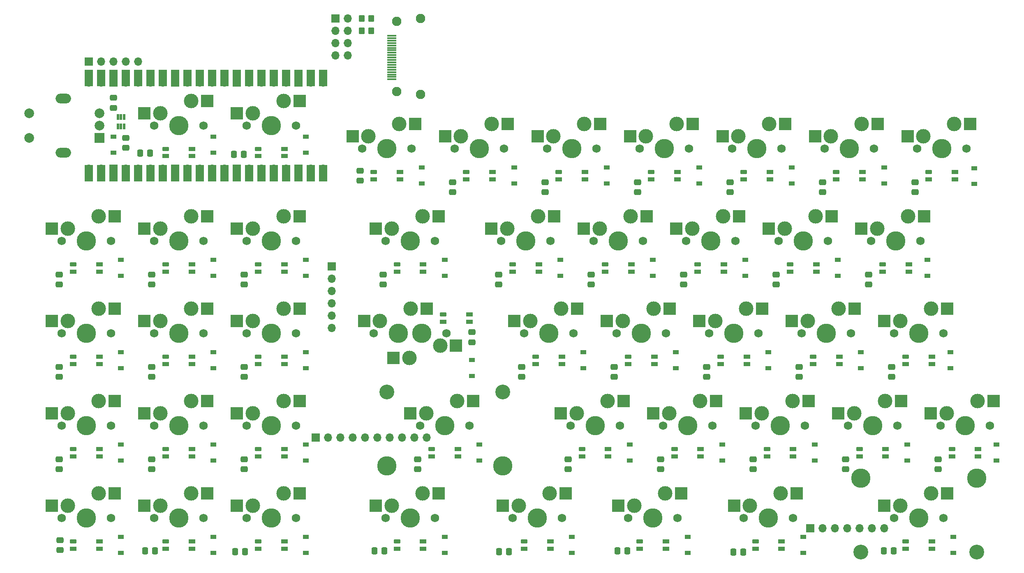
<source format=gbs>
%TF.GenerationSoftware,KiCad,Pcbnew,(6.0.5)*%
%TF.CreationDate,2022-07-17T14:54:14-06:00*%
%TF.ProjectId,kb,6b622e6b-6963-4616-945f-706362585858,rev?*%
%TF.SameCoordinates,Original*%
%TF.FileFunction,Soldermask,Bot*%
%TF.FilePolarity,Negative*%
%FSLAX46Y46*%
G04 Gerber Fmt 4.6, Leading zero omitted, Abs format (unit mm)*
G04 Created by KiCad (PCBNEW (6.0.5)) date 2022-07-17 14:54:14*
%MOMM*%
%LPD*%
G01*
G04 APERTURE LIST*
G04 Aperture macros list*
%AMRoundRect*
0 Rectangle with rounded corners*
0 $1 Rounding radius*
0 $2 $3 $4 $5 $6 $7 $8 $9 X,Y pos of 4 corners*
0 Add a 4 corners polygon primitive as box body*
4,1,4,$2,$3,$4,$5,$6,$7,$8,$9,$2,$3,0*
0 Add four circle primitives for the rounded corners*
1,1,$1+$1,$2,$3*
1,1,$1+$1,$4,$5*
1,1,$1+$1,$6,$7*
1,1,$1+$1,$8,$9*
0 Add four rect primitives between the rounded corners*
20,1,$1+$1,$2,$3,$4,$5,0*
20,1,$1+$1,$4,$5,$6,$7,0*
20,1,$1+$1,$6,$7,$8,$9,0*
20,1,$1+$1,$8,$9,$2,$3,0*%
G04 Aperture macros list end*
%ADD10C,3.987800*%
%ADD11C,1.750000*%
%ADD12C,3.000000*%
%ADD13R,2.550000X2.500000*%
%ADD14R,1.700000X1.700000*%
%ADD15O,1.700000X1.700000*%
%ADD16O,3.200000X2.000000*%
%ADD17R,2.000000X2.000000*%
%ADD18C,2.000000*%
%ADD19C,3.048000*%
%ADD20RoundRect,0.250000X0.350000X0.450000X-0.350000X0.450000X-0.350000X-0.450000X0.350000X-0.450000X0*%
%ADD21RoundRect,0.250000X0.475000X-0.337500X0.475000X0.337500X-0.475000X0.337500X-0.475000X-0.337500X0*%
%ADD22R,1.200000X0.900000*%
%ADD23RoundRect,0.250000X-0.475000X0.337500X-0.475000X-0.337500X0.475000X-0.337500X0.475000X0.337500X0*%
%ADD24R,1.400000X0.820000*%
%ADD25RoundRect,0.205000X0.495000X0.205000X-0.495000X0.205000X-0.495000X-0.205000X0.495000X-0.205000X0*%
%ADD26RoundRect,0.250000X0.337500X0.475000X-0.337500X0.475000X-0.337500X-0.475000X0.337500X-0.475000X0*%
%ADD27R,1.700000X3.500000*%
%ADD28R,1.900000X0.300000*%
%ADD29C,1.950000*%
%ADD30RoundRect,0.020000X-0.180000X0.575000X-0.180000X-0.575000X0.180000X-0.575000X0.180000X0.575000X0*%
G04 APERTURE END LIST*
D10*
%TO.C,MX22*%
X132556250Y-109537500D03*
D11*
X127476250Y-109537500D03*
D12*
X135096250Y-104457500D03*
D11*
X137636250Y-109537500D03*
D12*
X128746250Y-106997500D03*
D13*
X125471250Y-106997500D03*
X138398250Y-104457500D03*
%TD*%
D11*
%TO.C,MX14*%
X141763750Y-90487500D03*
X151923750Y-90487500D03*
D10*
X146843750Y-90487500D03*
D12*
X143033750Y-87947500D03*
X149383750Y-85407500D03*
D13*
X139758750Y-87947500D03*
X152685750Y-85407500D03*
%TD*%
D11*
%TO.C,MX2*%
X80486250Y-66675000D03*
D12*
X71596250Y-64135000D03*
D11*
X70326250Y-66675000D03*
D10*
X75406250Y-66675000D03*
D12*
X77946250Y-61595000D03*
D13*
X68321250Y-64135000D03*
X81248250Y-61595000D03*
%TD*%
D14*
%TO.C,J6*%
X87884000Y-95758000D03*
D15*
X87884000Y-98298000D03*
X87884000Y-100838000D03*
X87884000Y-103378000D03*
X87884000Y-105918000D03*
X87884000Y-108458000D03*
%TD*%
D11*
%TO.C,MX24*%
X175736250Y-109537500D03*
D10*
X170656250Y-109537500D03*
D11*
X165576250Y-109537500D03*
D12*
X166846250Y-106997500D03*
X173196250Y-104457500D03*
D13*
X163571250Y-106997500D03*
X176498250Y-104457500D03*
%TD*%
D16*
%TO.C,SW1*%
X32543750Y-61075000D03*
X32543750Y-72275000D03*
D17*
X40043750Y-69175000D03*
D18*
X40043750Y-64175000D03*
X40043750Y-66675000D03*
X25543750Y-64175000D03*
X25543750Y-69175000D03*
%TD*%
D11*
%TO.C,MX34*%
X204311250Y-128587500D03*
D12*
X201771250Y-123507500D03*
D10*
X199231250Y-128587500D03*
D11*
X194151250Y-128587500D03*
D12*
X195421250Y-126047500D03*
D13*
X192146250Y-126047500D03*
X205073250Y-123507500D03*
%TD*%
D14*
%TO.C,J5*%
X186436000Y-149733000D03*
D15*
X188976000Y-149733000D03*
X191516000Y-149733000D03*
X194056000Y-149733000D03*
X196596000Y-149733000D03*
X199136000Y-149733000D03*
X201676000Y-149733000D03*
%TD*%
D12*
%TO.C,MX15*%
X168433750Y-85407500D03*
D11*
X170973750Y-90487500D03*
X160813750Y-90487500D03*
D12*
X162083750Y-87947500D03*
D10*
X165893750Y-90487500D03*
D13*
X158808750Y-87947500D03*
X171735750Y-85407500D03*
%TD*%
D11*
%TO.C,MX43*%
X213836250Y-147637500D03*
D19*
X220694250Y-154622500D03*
X196818250Y-154622500D03*
D12*
X204946250Y-145097500D03*
D10*
X220694250Y-139382500D03*
D12*
X211296250Y-142557500D03*
D10*
X196818250Y-139382500D03*
D11*
X203676250Y-147637500D03*
D10*
X208756250Y-147637500D03*
D13*
X201671250Y-145097500D03*
X214598250Y-142557500D03*
%TD*%
D11*
%TO.C,MX18*%
X32226250Y-109537500D03*
D12*
X39846250Y-104457500D03*
X33496250Y-106997500D03*
D11*
X42386250Y-109537500D03*
D10*
X37306250Y-109537500D03*
D13*
X30221250Y-106997500D03*
X43148250Y-104457500D03*
%TD*%
D11*
%TO.C,MX7*%
X180498750Y-71437500D03*
X170338750Y-71437500D03*
D10*
X175418750Y-71437500D03*
D12*
X177958750Y-66357500D03*
X171608750Y-68897500D03*
D13*
X168333750Y-68897500D03*
X181260750Y-66357500D03*
%TD*%
D14*
%TO.C,J3*%
X37782500Y-53467000D03*
D15*
X40322500Y-53467000D03*
X42862500Y-53467000D03*
X45402500Y-53467000D03*
X47942500Y-53467000D03*
%TD*%
D12*
%TO.C,MX26*%
X211296250Y-104457500D03*
D11*
X213836250Y-109537500D03*
D10*
X208756250Y-109537500D03*
D12*
X204946250Y-106997500D03*
D11*
X203676250Y-109537500D03*
D13*
X201671250Y-106997500D03*
X214598250Y-104457500D03*
%TD*%
D11*
%TO.C,MX10*%
X61436250Y-90487500D03*
D12*
X58896250Y-85407500D03*
X52546250Y-87947500D03*
D10*
X56356250Y-90487500D03*
D11*
X51276250Y-90487500D03*
D13*
X49271250Y-87947500D03*
X62198250Y-85407500D03*
%TD*%
D11*
%TO.C,MX11*%
X80486250Y-90487500D03*
X70326250Y-90487500D03*
D12*
X71596250Y-87947500D03*
X77946250Y-85407500D03*
D10*
X75406250Y-90487500D03*
D13*
X68321250Y-87947500D03*
X81248250Y-85407500D03*
%TD*%
D11*
%TO.C,MX27*%
X32226250Y-128587500D03*
D12*
X33496250Y-126047500D03*
X39846250Y-123507500D03*
D11*
X42386250Y-128587500D03*
D10*
X37306250Y-128587500D03*
D13*
X30221250Y-126047500D03*
X43148250Y-123507500D03*
%TD*%
D11*
%TO.C,MX25*%
X194786250Y-109537500D03*
D12*
X192246250Y-104457500D03*
D11*
X184626250Y-109537500D03*
D10*
X189706250Y-109537500D03*
D12*
X185896250Y-106997500D03*
D13*
X182621250Y-106997500D03*
X195548250Y-104457500D03*
%TD*%
D12*
%TO.C,MX21*%
X110172500Y-112077500D03*
X103822500Y-114617500D03*
D11*
X111442500Y-109537500D03*
D10*
X106362500Y-109537500D03*
D11*
X101282500Y-109537500D03*
D13*
X113447500Y-112077500D03*
X100520500Y-114617500D03*
%TD*%
D11*
%TO.C,MX37*%
X61436250Y-147637500D03*
X51276250Y-147637500D03*
D12*
X52546250Y-145097500D03*
X58896250Y-142557500D03*
D10*
X56356250Y-147637500D03*
D13*
X49271250Y-145097500D03*
X62198250Y-142557500D03*
%TD*%
D11*
%TO.C,MX13*%
X132873750Y-90487500D03*
X122713750Y-90487500D03*
D12*
X130333750Y-85407500D03*
X123983750Y-87947500D03*
D10*
X127793750Y-90487500D03*
D13*
X120708750Y-87947500D03*
X133635750Y-85407500D03*
%TD*%
D12*
%TO.C,MX35*%
X214471250Y-126047500D03*
X220821250Y-123507500D03*
D11*
X213201250Y-128587500D03*
D10*
X218281250Y-128587500D03*
D11*
X223361250Y-128587500D03*
D13*
X211196250Y-126047500D03*
X224123250Y-123507500D03*
%TD*%
D12*
%TO.C,MX28*%
X58896250Y-123507500D03*
D11*
X51276250Y-128587500D03*
X61436250Y-128587500D03*
D10*
X56356250Y-128587500D03*
D12*
X52546250Y-126047500D03*
D13*
X49271250Y-126047500D03*
X62198250Y-123507500D03*
%TD*%
D11*
%TO.C,MX21_1*%
X106680000Y-109537500D03*
D10*
X101600000Y-109537500D03*
D12*
X104140000Y-104457500D03*
X97790000Y-106997500D03*
D11*
X96520000Y-109537500D03*
D13*
X94515000Y-106997500D03*
X107442000Y-104457500D03*
%TD*%
D12*
%TO.C,MX3*%
X101758750Y-66357500D03*
D11*
X94138750Y-71437500D03*
D10*
X99218750Y-71437500D03*
D12*
X95408750Y-68897500D03*
D11*
X104298750Y-71437500D03*
D13*
X92133750Y-68897500D03*
X105060750Y-66357500D03*
%TD*%
D14*
%TO.C,J4*%
X84587000Y-131064000D03*
D15*
X87127000Y-131064000D03*
X89667000Y-131064000D03*
X92207000Y-131064000D03*
X94747000Y-131064000D03*
X97287000Y-131064000D03*
X99827000Y-131064000D03*
X102367000Y-131064000D03*
X104907000Y-131064000D03*
X107447000Y-131064000D03*
%TD*%
D12*
%TO.C,MX9*%
X39846250Y-85407500D03*
X33496250Y-87947500D03*
D10*
X37306250Y-90487500D03*
D11*
X42386250Y-90487500D03*
X32226250Y-90487500D03*
D13*
X30221250Y-87947500D03*
X43148250Y-85407500D03*
%TD*%
D12*
%TO.C,MX1*%
X58896250Y-61595000D03*
D11*
X61436250Y-66675000D03*
D12*
X52546250Y-64135000D03*
D11*
X51276250Y-66675000D03*
D10*
X56356250Y-66675000D03*
D13*
X49271250Y-64135000D03*
X62198250Y-61595000D03*
%TD*%
D12*
%TO.C,MX32*%
X163671250Y-123507500D03*
X157321250Y-126047500D03*
D10*
X161131250Y-128587500D03*
D11*
X156051250Y-128587500D03*
X166211250Y-128587500D03*
D13*
X154046250Y-126047500D03*
X166973250Y-123507500D03*
%TD*%
D10*
%TO.C,MX40*%
X130175000Y-147637500D03*
D11*
X125095000Y-147637500D03*
D12*
X132715000Y-142557500D03*
D11*
X135255000Y-147637500D03*
D12*
X126365000Y-145097500D03*
D13*
X123090000Y-145097500D03*
X136017000Y-142557500D03*
%TD*%
D12*
%TO.C,MX5*%
X133508750Y-68897500D03*
D10*
X137318750Y-71437500D03*
D12*
X139858750Y-66357500D03*
D11*
X132238750Y-71437500D03*
X142398750Y-71437500D03*
D13*
X130233750Y-68897500D03*
X143160750Y-66357500D03*
%TD*%
D11*
%TO.C,MX39*%
X98901250Y-147637500D03*
D10*
X103981250Y-147637500D03*
D11*
X109061250Y-147637500D03*
D12*
X100171250Y-145097500D03*
X106521250Y-142557500D03*
D13*
X96896250Y-145097500D03*
X109823250Y-142557500D03*
%TD*%
D11*
%TO.C,MX16*%
X190023750Y-90487500D03*
D10*
X184943750Y-90487500D03*
D12*
X187483750Y-85407500D03*
D11*
X179863750Y-90487500D03*
D12*
X181133750Y-87947500D03*
D13*
X177858750Y-87947500D03*
X190785750Y-85407500D03*
%TD*%
D11*
%TO.C,MX38*%
X70326250Y-147637500D03*
D10*
X75406250Y-147637500D03*
D11*
X80486250Y-147637500D03*
D12*
X71596250Y-145097500D03*
X77946250Y-142557500D03*
D13*
X68321250Y-145097500D03*
X81248250Y-142557500D03*
%TD*%
D12*
%TO.C,MX31*%
X138271250Y-126047500D03*
D11*
X147161250Y-128587500D03*
X137001250Y-128587500D03*
D12*
X144621250Y-123507500D03*
D10*
X142081250Y-128587500D03*
D13*
X134996250Y-126047500D03*
X147923250Y-123507500D03*
%TD*%
D11*
%TO.C,MX8*%
X199548750Y-71437500D03*
D10*
X194468750Y-71437500D03*
D11*
X189388750Y-71437500D03*
D12*
X197008750Y-66357500D03*
X190658750Y-68897500D03*
D13*
X187383750Y-68897500D03*
X200310750Y-66357500D03*
%TD*%
D12*
%TO.C,MX41*%
X156527500Y-142557500D03*
D10*
X153987500Y-147637500D03*
D11*
X159067500Y-147637500D03*
X148907500Y-147637500D03*
D12*
X150177500Y-145097500D03*
D13*
X146902500Y-145097500D03*
X159829500Y-142557500D03*
%TD*%
D12*
%TO.C,MX20*%
X71596250Y-106997500D03*
D11*
X70326250Y-109537500D03*
D12*
X77946250Y-104457500D03*
D10*
X75406250Y-109537500D03*
D11*
X80486250Y-109537500D03*
D13*
X68321250Y-106997500D03*
X81248250Y-104457500D03*
%TD*%
D11*
%TO.C,MX17*%
X209073750Y-90487500D03*
D10*
X203993750Y-90487500D03*
D11*
X198913750Y-90487500D03*
D12*
X200183750Y-87947500D03*
X206533750Y-85407500D03*
D13*
X196908750Y-87947500D03*
X209835750Y-85407500D03*
%TD*%
D12*
%TO.C,MX4*%
X114458750Y-68897500D03*
D11*
X123348750Y-71437500D03*
D10*
X118268750Y-71437500D03*
D12*
X120808750Y-66357500D03*
D11*
X113188750Y-71437500D03*
D13*
X111183750Y-68897500D03*
X124110750Y-66357500D03*
%TD*%
D11*
%TO.C,MX42*%
X172720000Y-147637500D03*
X182880000Y-147637500D03*
D12*
X173990000Y-145097500D03*
D10*
X177800000Y-147637500D03*
D12*
X180340000Y-142557500D03*
D13*
X170715000Y-145097500D03*
X183642000Y-142557500D03*
%TD*%
D14*
%TO.C,J1*%
X88646000Y-44577000D03*
D15*
X91186000Y-44577000D03*
X88646000Y-47117000D03*
X91186000Y-47117000D03*
X88646000Y-49657000D03*
X91186000Y-49657000D03*
X88646000Y-52197000D03*
X91186000Y-52197000D03*
%TD*%
D11*
%TO.C,MX23*%
X156686250Y-109537500D03*
D10*
X151606250Y-109537500D03*
D11*
X146526250Y-109537500D03*
D12*
X147796250Y-106997500D03*
X154146250Y-104457500D03*
D13*
X144521250Y-106997500D03*
X157448250Y-104457500D03*
%TD*%
D12*
%TO.C,MX33*%
X182721250Y-123507500D03*
D11*
X185261250Y-128587500D03*
X175101250Y-128587500D03*
D10*
X180181250Y-128587500D03*
D12*
X176371250Y-126047500D03*
D13*
X173096250Y-126047500D03*
X186023250Y-123507500D03*
%TD*%
D12*
%TO.C,MX36*%
X39846250Y-142557500D03*
X33496250Y-145097500D03*
D11*
X42386250Y-147637500D03*
X32226250Y-147637500D03*
D10*
X37306250Y-147637500D03*
D13*
X30221250Y-145097500D03*
X43148250Y-142557500D03*
%TD*%
D11*
%TO.C,MX12*%
X109061250Y-90487500D03*
D10*
X103981250Y-90487500D03*
D12*
X106521250Y-85407500D03*
D11*
X98901250Y-90487500D03*
D12*
X100171250Y-87947500D03*
D13*
X96896250Y-87947500D03*
X109823250Y-85407500D03*
%TD*%
D11*
%TO.C,MX30*%
X116205000Y-128587500D03*
D10*
X111125000Y-128587500D03*
X123063000Y-136842500D03*
D19*
X123063000Y-121602500D03*
D10*
X99187000Y-136842500D03*
D12*
X113665000Y-123507500D03*
X107315000Y-126047500D03*
D19*
X99187000Y-121602500D03*
D11*
X106045000Y-128587500D03*
D13*
X104040000Y-126047500D03*
X116967000Y-123507500D03*
%TD*%
D10*
%TO.C,MX29*%
X75406250Y-128587500D03*
D12*
X71596250Y-126047500D03*
D11*
X80486250Y-128587500D03*
X70326250Y-128587500D03*
D12*
X77946250Y-123507500D03*
D13*
X68321250Y-126047500D03*
X81248250Y-123507500D03*
%TD*%
D10*
%TO.C,MX19*%
X56356250Y-109537500D03*
D11*
X61436250Y-109537500D03*
X51276250Y-109537500D03*
D12*
X52546250Y-106997500D03*
X58896250Y-104457500D03*
D13*
X49271250Y-106997500D03*
X62198250Y-104457500D03*
%TD*%
D11*
%TO.C,MX6*%
X151288750Y-71437500D03*
D12*
X152558750Y-68897500D03*
D11*
X161448750Y-71437500D03*
D12*
X158908750Y-66357500D03*
D10*
X156368750Y-71437500D03*
D13*
X149283750Y-68897500D03*
X162210750Y-66357500D03*
%TD*%
D12*
%TO.C,MX44*%
X216058750Y-66357500D03*
D10*
X213518750Y-71437500D03*
D12*
X209708750Y-68897500D03*
D11*
X218598750Y-71437500D03*
X208438750Y-71437500D03*
D13*
X206433750Y-68897500D03*
X219360750Y-66357500D03*
%TD*%
D20*
%TO.C,R1*%
X95996000Y-44577000D03*
X93996000Y-44577000D03*
%TD*%
D21*
%TO.C,C3*%
X93662500Y-78031250D03*
X93662500Y-75956250D03*
%TD*%
D22*
%TO.C,D26*%
X215265000Y-116743750D03*
X215265000Y-113443750D03*
%TD*%
%TO.C,D12*%
X111125000Y-97693750D03*
X111125000Y-94393750D03*
%TD*%
%TO.C,D38*%
X82550000Y-154843750D03*
X82550000Y-151543750D03*
%TD*%
%TO.C,D39*%
X111125000Y-154843750D03*
X111125000Y-151543750D03*
%TD*%
%TO.C,D36*%
X44450000Y-154843750D03*
X44450000Y-151543750D03*
%TD*%
D23*
%TO.C,C26*%
X203200000Y-116437500D03*
X203200000Y-118512500D03*
%TD*%
D24*
%TO.C,D110*%
X59056250Y-96793750D03*
X59056250Y-95293750D03*
D25*
X53656250Y-95293750D03*
D24*
X53656250Y-96793750D03*
%TD*%
D23*
%TO.C,C46*%
X45466000Y-69193500D03*
X45466000Y-71268500D03*
%TD*%
%TO.C,C8*%
X188912500Y-78337500D03*
X188912500Y-80412500D03*
%TD*%
D24*
%TO.C,D138*%
X78106250Y-153943750D03*
X78106250Y-152443750D03*
D25*
X72706250Y-152443750D03*
D24*
X72706250Y-153943750D03*
%TD*%
%TO.C,D101*%
X59056250Y-72981250D03*
X59056250Y-71481250D03*
D25*
X53656250Y-71481250D03*
D24*
X53656250Y-72981250D03*
%TD*%
D22*
%TO.C,D40*%
X137318750Y-154843750D03*
X137318750Y-151543750D03*
%TD*%
%TO.C,D22*%
X139700000Y-116743750D03*
X139700000Y-113443750D03*
%TD*%
%TO.C,D29*%
X82550000Y-135793750D03*
X82550000Y-132493750D03*
%TD*%
D23*
%TO.C,C34*%
X193675000Y-135487500D03*
X193675000Y-137562500D03*
%TD*%
D24*
%TO.C,D130*%
X113825000Y-134893750D03*
X113825000Y-133393750D03*
D25*
X108425000Y-133393750D03*
D24*
X108425000Y-134893750D03*
%TD*%
D23*
%TO.C,C27*%
X31750000Y-135487500D03*
X31750000Y-137562500D03*
%TD*%
D24*
%TO.C,D117*%
X206693750Y-96793750D03*
X206693750Y-95293750D03*
D25*
X201293750Y-95293750D03*
D24*
X201293750Y-96793750D03*
%TD*%
%TO.C,D144*%
X216218750Y-77743750D03*
X216218750Y-76243750D03*
D25*
X210818750Y-76243750D03*
D24*
X210818750Y-77743750D03*
%TD*%
D23*
%TO.C,C32*%
X155575000Y-135487500D03*
X155575000Y-137562500D03*
%TD*%
D24*
%TO.C,D106*%
X159068750Y-77743750D03*
X159068750Y-76243750D03*
D25*
X153668750Y-76243750D03*
D24*
X153668750Y-77743750D03*
%TD*%
D26*
%TO.C,C40*%
X124354500Y-154559000D03*
X122279500Y-154559000D03*
%TD*%
D22*
%TO.C,D25*%
X196850000Y-116743750D03*
X196850000Y-113443750D03*
%TD*%
D24*
%TO.C,D137*%
X59056250Y-153943750D03*
X59056250Y-152443750D03*
D25*
X53656250Y-152443750D03*
D24*
X53656250Y-153943750D03*
%TD*%
D26*
%TO.C,C39*%
X98700500Y-154432000D03*
X96625500Y-154432000D03*
%TD*%
D22*
%TO.C,D8*%
X201612500Y-78643750D03*
X201612500Y-75343750D03*
%TD*%
%TO.C,D28*%
X63500000Y-135793750D03*
X63500000Y-132493750D03*
%TD*%
D24*
%TO.C,D128*%
X59056250Y-134893750D03*
X59056250Y-133393750D03*
D25*
X53656250Y-133393750D03*
D24*
X53656250Y-134893750D03*
%TD*%
%TO.C,D136*%
X40006250Y-153943750D03*
X40006250Y-152443750D03*
D25*
X34606250Y-152443750D03*
D24*
X34606250Y-153943750D03*
%TD*%
D20*
%TO.C,R2*%
X95996000Y-47117000D03*
X93996000Y-47117000D03*
%TD*%
D24*
%TO.C,D109*%
X40006250Y-96793750D03*
X40006250Y-95293750D03*
D25*
X34606250Y-95293750D03*
D24*
X34606250Y-96793750D03*
%TD*%
%TO.C,D127*%
X40006250Y-134893750D03*
X40006250Y-133393750D03*
D25*
X34606250Y-133393750D03*
D24*
X34606250Y-134893750D03*
%TD*%
%TO.C,D119*%
X59056250Y-115843750D03*
X59056250Y-114343750D03*
D25*
X53656250Y-114343750D03*
D24*
X53656250Y-115843750D03*
%TD*%
D22*
%TO.C,D5*%
X144462500Y-78643750D03*
X144462500Y-75343750D03*
%TD*%
D23*
%TO.C,C30*%
X105568750Y-135487500D03*
X105568750Y-137562500D03*
%TD*%
D22*
%TO.C,D32*%
X168275000Y-135793750D03*
X168275000Y-132493750D03*
%TD*%
D23*
%TO.C,C17*%
X198437500Y-97387500D03*
X198437500Y-99462500D03*
%TD*%
D24*
%TO.C,D104*%
X120968750Y-77743750D03*
X120968750Y-76243750D03*
D25*
X115568750Y-76243750D03*
D24*
X115568750Y-77743750D03*
%TD*%
D23*
%TO.C,C19*%
X50800000Y-116437500D03*
X50800000Y-118512500D03*
%TD*%
D22*
%TO.C,D4*%
X125412500Y-78643750D03*
X125412500Y-75343750D03*
%TD*%
%TO.C,D35*%
X224790000Y-135793750D03*
X224790000Y-132493750D03*
%TD*%
%TO.C,D44*%
X220218000Y-78739000D03*
X220218000Y-75439000D03*
%TD*%
D26*
%TO.C,C2*%
X69744500Y-72644000D03*
X67669500Y-72644000D03*
%TD*%
D22*
%TO.C,D18*%
X44450000Y-116743750D03*
X44450000Y-113443750D03*
%TD*%
%TO.C,D11*%
X82550000Y-97693750D03*
X82550000Y-94393750D03*
%TD*%
D24*
%TO.C,D114*%
X149543750Y-96793750D03*
X149543750Y-95293750D03*
D25*
X144143750Y-95293750D03*
D24*
X144143750Y-96793750D03*
%TD*%
D26*
%TO.C,C43*%
X203602500Y-154432000D03*
X201527500Y-154432000D03*
%TD*%
D22*
%TO.C,D41*%
X161131250Y-154843750D03*
X161131250Y-151543750D03*
%TD*%
D26*
%TO.C,C42*%
X172614500Y-154686000D03*
X170539500Y-154686000D03*
%TD*%
D22*
%TO.C,D31*%
X149225000Y-135793750D03*
X149225000Y-132493750D03*
%TD*%
D24*
%TO.C,D132*%
X163831250Y-134893750D03*
X163831250Y-133393750D03*
D25*
X158431250Y-133393750D03*
D24*
X158431250Y-134893750D03*
%TD*%
D15*
%TO.C,U1*%
X37782500Y-57785000D03*
D27*
X37782500Y-56885000D03*
X40322500Y-56885000D03*
D15*
X40322500Y-57785000D03*
D27*
X42862500Y-56885000D03*
D14*
X42862500Y-57785000D03*
D27*
X45402500Y-56885000D03*
D15*
X45402500Y-57785000D03*
X47942500Y-57785000D03*
D27*
X47942500Y-56885000D03*
D15*
X50482500Y-57785000D03*
D27*
X50482500Y-56885000D03*
D15*
X53022500Y-57785000D03*
D27*
X53022500Y-56885000D03*
X55562500Y-56885000D03*
D14*
X55562500Y-57785000D03*
D15*
X58102500Y-57785000D03*
D27*
X58102500Y-56885000D03*
D15*
X60642500Y-57785000D03*
D27*
X60642500Y-56885000D03*
D15*
X63182500Y-57785000D03*
D27*
X63182500Y-56885000D03*
X65722500Y-56885000D03*
D15*
X65722500Y-57785000D03*
D27*
X68262500Y-56885000D03*
D14*
X68262500Y-57785000D03*
D15*
X70802500Y-57785000D03*
D27*
X70802500Y-56885000D03*
D15*
X73342500Y-57785000D03*
D27*
X73342500Y-56885000D03*
D15*
X75882500Y-57785000D03*
D27*
X75882500Y-56885000D03*
X78422500Y-56885000D03*
D15*
X78422500Y-57785000D03*
D27*
X80962500Y-56885000D03*
D14*
X80962500Y-57785000D03*
D15*
X83502500Y-57785000D03*
D27*
X83502500Y-56885000D03*
D15*
X86042500Y-57785000D03*
D27*
X86042500Y-56885000D03*
X86042500Y-76465000D03*
D15*
X86042500Y-75565000D03*
D27*
X83502500Y-76465000D03*
D15*
X83502500Y-75565000D03*
D14*
X80962500Y-75565000D03*
D27*
X80962500Y-76465000D03*
D15*
X78422500Y-75565000D03*
D27*
X78422500Y-76465000D03*
X75882500Y-76465000D03*
D15*
X75882500Y-75565000D03*
X73342500Y-75565000D03*
D27*
X73342500Y-76465000D03*
D15*
X70802500Y-75565000D03*
D27*
X70802500Y-76465000D03*
X68262500Y-76465000D03*
D14*
X68262500Y-75565000D03*
D27*
X65722500Y-76465000D03*
D15*
X65722500Y-75565000D03*
D27*
X63182500Y-76465000D03*
D15*
X63182500Y-75565000D03*
X60642500Y-75565000D03*
D27*
X60642500Y-76465000D03*
D15*
X58102500Y-75565000D03*
D27*
X58102500Y-76465000D03*
X55562500Y-76465000D03*
D14*
X55562500Y-75565000D03*
D15*
X53022500Y-75565000D03*
D27*
X53022500Y-76465000D03*
X50482500Y-76465000D03*
D15*
X50482500Y-75565000D03*
X47942500Y-75565000D03*
D27*
X47942500Y-76465000D03*
X45402500Y-76465000D03*
D15*
X45402500Y-75565000D03*
D14*
X42862500Y-75565000D03*
D27*
X42862500Y-76465000D03*
D15*
X40322500Y-75565000D03*
D27*
X40322500Y-76465000D03*
D15*
X37782500Y-75565000D03*
D27*
X37782500Y-76465000D03*
%TD*%
D24*
%TO.C,D108*%
X197168750Y-77743750D03*
X197168750Y-76243750D03*
D25*
X191768750Y-76243750D03*
D24*
X191768750Y-77743750D03*
%TD*%
D22*
%TO.C,D37*%
X63500000Y-154843750D03*
X63500000Y-151543750D03*
%TD*%
D24*
%TO.C,D121*%
X116206250Y-107112500D03*
X116206250Y-105612500D03*
D25*
X110806250Y-105612500D03*
D24*
X110806250Y-107112500D03*
%TD*%
%TO.C,D112*%
X106681250Y-96793750D03*
X106681250Y-95293750D03*
D25*
X101281250Y-95293750D03*
D24*
X101281250Y-96793750D03*
%TD*%
D22*
%TO.C,D42*%
X184943750Y-154843750D03*
X184943750Y-151543750D03*
%TD*%
D26*
%TO.C,C1*%
X50440500Y-72390000D03*
X48365500Y-72390000D03*
%TD*%
D21*
%TO.C,C36*%
X31877000Y-154231250D03*
X31877000Y-152156250D03*
%TD*%
D22*
%TO.C,D33*%
X187325000Y-135793750D03*
X187325000Y-132493750D03*
%TD*%
D24*
%TO.C,D105*%
X140018750Y-77743750D03*
X140018750Y-76243750D03*
D25*
X134618750Y-76243750D03*
D24*
X134618750Y-77743750D03*
%TD*%
%TO.C,D125*%
X192406250Y-115843750D03*
X192406250Y-114343750D03*
D25*
X187006250Y-114343750D03*
D24*
X187006250Y-115843750D03*
%TD*%
D23*
%TO.C,C31*%
X136525000Y-135487500D03*
X136525000Y-137562500D03*
%TD*%
D22*
%TO.C,D14*%
X153987500Y-97693750D03*
X153987500Y-94393750D03*
%TD*%
%TO.C,D7*%
X182562500Y-78643750D03*
X182562500Y-75343750D03*
%TD*%
D28*
%TO.C,J2*%
X100240750Y-57137500D03*
X100240750Y-56637500D03*
X100240750Y-56137500D03*
X100240750Y-55637500D03*
X100240750Y-55137500D03*
X100240750Y-54637500D03*
X100240750Y-54137500D03*
X100240750Y-53637500D03*
X100240750Y-53137500D03*
X100240750Y-52637500D03*
X100240750Y-52137500D03*
X100240750Y-51637500D03*
X100240750Y-51137500D03*
X100240750Y-50637500D03*
X100240750Y-50137500D03*
X100240750Y-49637500D03*
X100240750Y-49137500D03*
X100240750Y-48637500D03*
X100240750Y-48137500D03*
D29*
X101240750Y-59637500D03*
X101240750Y-45137500D03*
X106140750Y-44537500D03*
X106140750Y-60237500D03*
%TD*%
D24*
%TO.C,D139*%
X106681250Y-153943750D03*
X106681250Y-152443750D03*
D25*
X101281250Y-152443750D03*
D24*
X101281250Y-153943750D03*
%TD*%
D23*
%TO.C,C12*%
X98425000Y-97387500D03*
X98425000Y-99462500D03*
%TD*%
%TO.C,C20*%
X69850000Y-116437500D03*
X69850000Y-118512500D03*
%TD*%
D24*
%TO.C,D113*%
X130493750Y-96793750D03*
X130493750Y-95293750D03*
D25*
X125093750Y-95293750D03*
D24*
X125093750Y-96793750D03*
%TD*%
D23*
%TO.C,C21*%
X116681250Y-109293750D03*
X116681250Y-111368750D03*
%TD*%
%TO.C,C6*%
X150812500Y-78337500D03*
X150812500Y-80412500D03*
%TD*%
D22*
%TO.C,D0*%
X42862500Y-72293750D03*
X42862500Y-68993750D03*
%TD*%
%TO.C,D30*%
X118268750Y-135793750D03*
X118268750Y-132493750D03*
%TD*%
D23*
%TO.C,C11*%
X69850000Y-97387500D03*
X69850000Y-99462500D03*
%TD*%
D24*
%TO.C,D131*%
X144781250Y-134893750D03*
X144781250Y-133393750D03*
D25*
X139381250Y-133393750D03*
D24*
X139381250Y-134893750D03*
%TD*%
%TO.C,D135*%
X220981250Y-134893750D03*
X220981250Y-133393750D03*
D25*
X215581250Y-133393750D03*
D24*
X215581250Y-134893750D03*
%TD*%
D23*
%TO.C,C22*%
X127000000Y-116437500D03*
X127000000Y-118512500D03*
%TD*%
D24*
%TO.C,D120*%
X78106250Y-115843750D03*
X78106250Y-114343750D03*
D25*
X72706250Y-114343750D03*
D24*
X72706250Y-115843750D03*
%TD*%
%TO.C,D143*%
X211456250Y-153943750D03*
X211456250Y-152443750D03*
D25*
X206056250Y-152443750D03*
D24*
X206056250Y-153943750D03*
%TD*%
D23*
%TO.C,C16*%
X179387500Y-97387500D03*
X179387500Y-99462500D03*
%TD*%
D22*
%TO.C,D1*%
X63500000Y-72293750D03*
X63500000Y-68993750D03*
%TD*%
D26*
%TO.C,C37*%
X51456500Y-154432000D03*
X49381500Y-154432000D03*
%TD*%
D23*
%TO.C,C9*%
X31750000Y-97387500D03*
X31750000Y-99462500D03*
%TD*%
D22*
%TO.C,D17*%
X210566000Y-97662000D03*
X210566000Y-94362000D03*
%TD*%
%TO.C,D6*%
X163512500Y-78643750D03*
X163512500Y-75343750D03*
%TD*%
%TO.C,D21*%
X116681250Y-118331250D03*
X116681250Y-115031250D03*
%TD*%
D23*
%TO.C,C24*%
X165100000Y-116437500D03*
X165100000Y-118512500D03*
%TD*%
D24*
%TO.C,D141*%
X156687500Y-153943750D03*
X156687500Y-152443750D03*
D25*
X151287500Y-152443750D03*
D24*
X151287500Y-153943750D03*
%TD*%
D23*
%TO.C,C35*%
X212725000Y-135487500D03*
X212725000Y-137562500D03*
%TD*%
D22*
%TO.C,D23*%
X158750000Y-116743750D03*
X158750000Y-113443750D03*
%TD*%
D24*
%TO.C,D126*%
X211456250Y-115843750D03*
X211456250Y-114343750D03*
D25*
X206056250Y-114343750D03*
D24*
X206056250Y-115843750D03*
%TD*%
D22*
%TO.C,D20*%
X82550000Y-116743750D03*
X82550000Y-113443750D03*
%TD*%
%TO.C,D16*%
X192087500Y-97693750D03*
X192087500Y-94393750D03*
%TD*%
D23*
%TO.C,C4*%
X112712500Y-78337500D03*
X112712500Y-80412500D03*
%TD*%
D22*
%TO.C,D9*%
X44450000Y-97693750D03*
X44450000Y-94393750D03*
%TD*%
D23*
%TO.C,C18*%
X31750000Y-116437500D03*
X31750000Y-118512500D03*
%TD*%
D24*
%TO.C,D134*%
X201931250Y-134893750D03*
X201931250Y-133393750D03*
D25*
X196531250Y-133393750D03*
D24*
X196531250Y-134893750D03*
%TD*%
D22*
%TO.C,D2*%
X82550000Y-72293750D03*
X82550000Y-68993750D03*
%TD*%
%TO.C,D13*%
X134937500Y-97693750D03*
X134937500Y-94393750D03*
%TD*%
D26*
%TO.C,C41*%
X148738500Y-154432000D03*
X146663500Y-154432000D03*
%TD*%
D24*
%TO.C,D116*%
X187643750Y-96793750D03*
X187643750Y-95293750D03*
D25*
X182243750Y-95293750D03*
D24*
X182243750Y-96793750D03*
%TD*%
%TO.C,D140*%
X132875000Y-153943750D03*
X132875000Y-152443750D03*
D25*
X127475000Y-152443750D03*
D24*
X127475000Y-153943750D03*
%TD*%
D23*
%TO.C,C14*%
X141287500Y-97387500D03*
X141287500Y-99462500D03*
%TD*%
%TO.C,C5*%
X131762500Y-78337500D03*
X131762500Y-80412500D03*
%TD*%
D22*
%TO.C,D24*%
X177800000Y-116743750D03*
X177800000Y-113443750D03*
%TD*%
D24*
%TO.C,D124*%
X173356250Y-115843750D03*
X173356250Y-114343750D03*
D25*
X167956250Y-114343750D03*
D24*
X167956250Y-115843750D03*
%TD*%
D23*
%TO.C,C33*%
X174625000Y-135487500D03*
X174625000Y-137562500D03*
%TD*%
D24*
%TO.C,D102*%
X78106250Y-72981250D03*
X78106250Y-71481250D03*
D25*
X72706250Y-71481250D03*
D24*
X72706250Y-72981250D03*
%TD*%
D23*
%TO.C,C15*%
X160337500Y-97387500D03*
X160337500Y-99462500D03*
%TD*%
D24*
%TO.C,D123*%
X154306250Y-115843750D03*
X154306250Y-114343750D03*
D25*
X148906250Y-114343750D03*
D24*
X148906250Y-115843750D03*
%TD*%
D22*
%TO.C,D3*%
X106362500Y-78643750D03*
X106362500Y-75343750D03*
%TD*%
D23*
%TO.C,C13*%
X122237500Y-97387500D03*
X122237500Y-99462500D03*
%TD*%
%TO.C,C23*%
X146050000Y-116437500D03*
X146050000Y-118512500D03*
%TD*%
D24*
%TO.C,D103*%
X101918750Y-77743750D03*
X101918750Y-76243750D03*
D25*
X96518750Y-76243750D03*
D24*
X96518750Y-77743750D03*
%TD*%
D22*
%TO.C,D19*%
X63500000Y-116743750D03*
X63500000Y-113443750D03*
%TD*%
D24*
%TO.C,D142*%
X180500000Y-153943750D03*
X180500000Y-152443750D03*
D25*
X175100000Y-152443750D03*
D24*
X175100000Y-153943750D03*
%TD*%
%TO.C,D111*%
X78106250Y-96793750D03*
X78106250Y-95293750D03*
D25*
X72706250Y-95293750D03*
D24*
X72706250Y-96793750D03*
%TD*%
D22*
%TO.C,D34*%
X206375000Y-135793750D03*
X206375000Y-132493750D03*
%TD*%
D23*
%TO.C,C25*%
X184150000Y-116437500D03*
X184150000Y-118512500D03*
%TD*%
D24*
%TO.C,D118*%
X40006250Y-115843750D03*
X40006250Y-114343750D03*
D25*
X34606250Y-114343750D03*
D24*
X34606250Y-115843750D03*
%TD*%
D30*
%TO.C,U2*%
X43800000Y-64921250D03*
X44450000Y-64921250D03*
X45100000Y-64921250D03*
X45100000Y-66841250D03*
X44450000Y-66841250D03*
X43800000Y-66841250D03*
%TD*%
D23*
%TO.C,C29*%
X69850000Y-135487500D03*
X69850000Y-137562500D03*
%TD*%
D24*
%TO.C,D133*%
X182881250Y-134893750D03*
X182881250Y-133393750D03*
D25*
X177481250Y-133393750D03*
D24*
X177481250Y-134893750D03*
%TD*%
D22*
%TO.C,D43*%
X215900000Y-154843750D03*
X215900000Y-151543750D03*
%TD*%
%TO.C,D27*%
X44450000Y-135793750D03*
X44450000Y-132493750D03*
%TD*%
D24*
%TO.C,D107*%
X178118750Y-77743750D03*
X178118750Y-76243750D03*
D25*
X172718750Y-76243750D03*
D24*
X172718750Y-77743750D03*
%TD*%
%TO.C,D115*%
X168593750Y-96793750D03*
X168593750Y-95293750D03*
D25*
X163193750Y-95293750D03*
D24*
X163193750Y-96793750D03*
%TD*%
D23*
%TO.C,C7*%
X169862500Y-78337500D03*
X169862500Y-80412500D03*
%TD*%
D24*
%TO.C,D122*%
X135256250Y-115843750D03*
X135256250Y-114343750D03*
D25*
X129856250Y-114343750D03*
D24*
X129856250Y-115843750D03*
%TD*%
%TO.C,D129*%
X78106250Y-134893750D03*
X78106250Y-133393750D03*
D25*
X72706250Y-133393750D03*
D24*
X72706250Y-134893750D03*
%TD*%
D26*
%TO.C,C38*%
X70023900Y-154533600D03*
X67948900Y-154533600D03*
%TD*%
D22*
%TO.C,D10*%
X63500000Y-97693750D03*
X63500000Y-94393750D03*
%TD*%
D21*
%TO.C,C45*%
X42926000Y-63013500D03*
X42926000Y-60938500D03*
%TD*%
D22*
%TO.C,D15*%
X173037500Y-97693750D03*
X173037500Y-94393750D03*
%TD*%
D23*
%TO.C,C28*%
X50800000Y-135487500D03*
X50800000Y-137562500D03*
%TD*%
%TO.C,C10*%
X50800000Y-97387500D03*
X50800000Y-99462500D03*
%TD*%
%TO.C,C44*%
X207962500Y-78337500D03*
X207962500Y-80412500D03*
%TD*%
M02*

</source>
